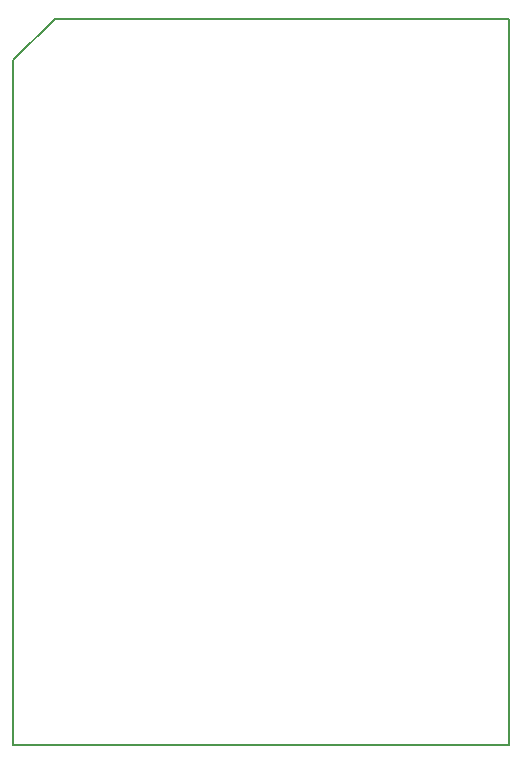
<source format=gm1>
G04 #@! TF.FileFunction,Profile,NP*
%FSLAX46Y46*%
G04 Gerber Fmt 4.6, Leading zero omitted, Abs format (unit mm)*
G04 Created by KiCad (PCBNEW Rev-6964-Dev Build) date Fri Sep  2 16:35:00 2016*
%MOMM*%
%LPD*%
G01*
G04 APERTURE LIST*
%ADD10C,0.100000*%
%ADD11C,0.150000*%
G04 APERTURE END LIST*
D10*
D11*
X116250000Y-101060000D02*
X74250000Y-101060000D01*
X116250000Y-39560000D02*
X116250000Y-101060000D01*
X77750000Y-39560000D02*
X116250000Y-39560000D01*
X74250000Y-43060000D02*
X77750000Y-39560000D01*
X74250000Y-101060000D02*
X74250000Y-43060000D01*
M02*

</source>
